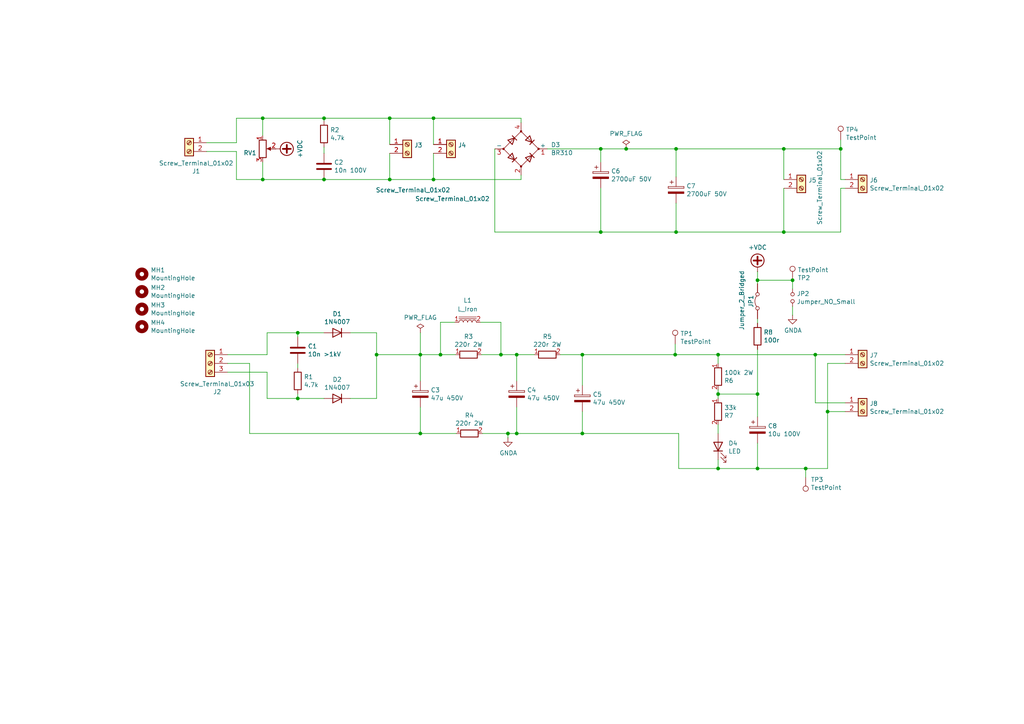
<source format=kicad_sch>
(kicad_sch (version 20231120) (generator "eeschema") (generator_version "8.0")
  (paper "A4")
  (lib_symbols
    (symbol "Connector:Screw_Terminal_01x02" (pin_names (offset 1.016) hide)
      (property "Reference" "J" (at 0 2.54 0))
      (property "Value" "Screw_Terminal_01x02" (at 0 -5.08 0))
      (symbol "Screw_Terminal_01x02_1_1"
        (rectangle (start -1.27 1.27) (end 1.27 -3.81) (stroke (width 0.254)) (fill (type background)))
        (circle (center 0 -2.54) (radius 0.635) (stroke (width 0.1524)))
        (polyline (pts (xy -0.5334 -2.2098) (xy 0.3302 -3.048)) (stroke (width 0.1524)))
        (polyline (pts (xy -0.5334 0.3302) (xy 0.3302 -0.508)) (stroke (width 0.1524)))
        (polyline (pts (xy -0.3556 -2.032) (xy 0.508 -2.8702)) (stroke (width 0.1524)))
        (polyline (pts (xy -0.3556 0.508) (xy 0.508 -0.3302)) (stroke (width 0.1524)))
        (circle (center 0 0) (radius 0.635) (stroke (width 0.1524)))
        (pin passive line (at -5.08 0 0) (length 3.81) (name "Pin_1") (number "1"))
        (pin passive line (at -5.08 -2.54 0) (length 3.81) (name "Pin_2") (number "2"))
      )
    )
    (symbol "Connector:Screw_Terminal_01x03" (pin_names (offset 1.016) hide)
      (property "Reference" "J" (at 0 5.08 0))
      (property "Value" "Screw_Terminal_01x03" (at 0 -5.08 0))
      (symbol "Screw_Terminal_01x03_1_1"
        (rectangle (start -1.27 3.81) (end 1.27 -3.81) (stroke (width 0.254)) (fill (type background)))
        (circle (center 0 -2.54) (radius 0.635) (stroke (width 0.1524)))
        (polyline (pts (xy -0.5334 -2.2098) (xy 0.3302 -3.048)) (stroke (width 0.1524)))
        (polyline (pts (xy -0.5334 0.3302) (xy 0.3302 -0.508)) (stroke (width 0.1524)))
        (polyline (pts (xy -0.5334 2.8702) (xy 0.3302 2.032)) (stroke (width 0.1524)))
        (polyline (pts (xy -0.3556 -2.032) (xy 0.508 -2.8702)) (stroke (width 0.1524)))
        (polyline (pts (xy -0.3556 0.508) (xy 0.508 -0.3302)) (stroke (width 0.1524)))
        (polyline (pts (xy -0.3556 3.048) (xy 0.508 2.2098)) (stroke (width 0.1524)))
        (circle (center 0 0) (radius 0.635) (stroke (width 0.1524)))
        (circle (center 0 2.54) (radius 0.635) (stroke (width 0.1524)))
        (pin passive line (at -5.08 2.54 0) (length 3.81) (name "Pin_1") (number "1"))
        (pin passive line (at -5.08 0 0) (length 3.81) (name "Pin_2") (number "2"))
        (pin passive line (at -5.08 -2.54 0) (length 3.81) (name "Pin_3") (number "3"))
      )
    )
    (symbol "Connector:TestPoint" (pin_numbers hide) (pin_names (offset 0.762) hide)
      (property "Reference" "TP" (at 0 6.858 0))
      (property "Value" "TestPoint" (at 0 5.08 0))
      (symbol "TestPoint_0_1"
        (circle (center 0 3.302) (radius 0.762))
      )
      (symbol "TestPoint_1_1"
        (pin passive line (at 0 0 90) (length 2.54) (name "1") (number "1"))
      )
    )
    (symbol "Device:C" (pin_numbers hide) (pin_names (offset 0.254))
      (property "Reference" "C" (at 0.635 2.54 0))
      (property "Value" "C" (at 0.635 -2.54 0))
      (symbol "C_0_1"
        (polyline (pts (xy -2.032 -0.762) (xy 2.032 -0.762)) (stroke (width 0.508)))
        (polyline (pts (xy -2.032 0.762) (xy 2.032 0.762)) (stroke (width 0.508)))
      )
      (symbol "C_1_1"
        (pin passive line (at 0 3.81 270) (length 2.794) (name "~") (number "1"))
        (pin passive line (at 0 -3.81 90) (length 2.794) (name "~") (number "2"))
      )
    )
    (symbol "Device:D" (pin_numbers hide) (pin_names (offset 1.016) hide)
      (property "Reference" "D" (at 0 2.54 0))
      (property "Value" "D" (at 0 -2.54 0))
      (symbol "D_0_1"
        (polyline (pts (xy -1.27 1.27) (xy -1.27 -1.27)) (stroke (width 0.254)))
        (polyline (pts (xy 1.27 0) (xy -1.27 0)))
        (polyline (pts (xy 1.27 1.27) (xy 1.27 -1.27) (xy -1.27 0) (xy 1.27 1.27)) (stroke (width 0.254)))
      )
      (symbol "D_1_1"
        (pin passive line (at -3.81 0 0) (length 2.54) (name "K") (number "1"))
        (pin passive line (at 3.81 0 180) (length 2.54) (name "A") (number "2"))
      )
    )
    (symbol "Device:D_Bridge_+A-A" (pin_names (offset 0))
      (property "Reference" "D" (at 2.54 6.985 0))
      (property "Value" "D_Bridge_+A-A" (at 2.54 5.08 0))
      (symbol "D_Bridge_+A-A_0_1"
        (circle (center -5.08 0) (radius 0.254) (fill (type outline)))
        (circle (center 0 -5.08) (radius 0.254) (fill (type outline)))
        (polyline (pts (xy -2.54 3.81) (xy -1.27 2.54)) (stroke (width 0.254)))
        (polyline (pts (xy -1.27 -2.54) (xy -2.54 -3.81)) (stroke (width 0.254)))
        (polyline (pts (xy 2.54 -1.27) (xy 3.81 -2.54)) (stroke (width 0.254)))
        (polyline (pts (xy 2.54 1.27) (xy 3.81 2.54)) (stroke (width 0.254)))
        (polyline (pts (xy -3.81 2.54) (xy -2.54 1.27) (xy -1.905 3.175) (xy -3.81 2.54)) (stroke (width 0.254)))
        (polyline (pts (xy -2.54 -1.27) (xy -3.81 -2.54) (xy -1.905 -3.175) (xy -2.54 -1.27)) (stroke (width 0.254)))
        (polyline (pts (xy 1.27 2.54) (xy 2.54 3.81) (xy 3.175 1.905) (xy 1.27 2.54)) (stroke (width 0.254)))
        (polyline (pts (xy 3.175 -1.905) (xy 1.27 -2.54) (xy 2.54 -3.81) (xy 3.175 -1.905)) (stroke (width 0.254)))
        (polyline (pts (xy -5.08 0) (xy 0 -5.08) (xy 5.08 0) (xy 0 5.08) (xy -5.08 0)))
        (circle (center 0 5.08) (radius 0.254) (fill (type outline)))
        (circle (center 5.08 0) (radius 0.254) (fill (type outline)))
      )
      (symbol "D_Bridge_+A-A_1_1"
        (pin passive line (at 7.62 0 180) (length 2.54) (name "+") (number "1"))
        (pin passive line (at 0 -7.62 90) (length 2.54) (name "~") (number "2"))
        (pin passive line (at -7.62 0 0) (length 2.54) (name "-") (number "3"))
        (pin passive line (at 0 7.62 270) (length 2.54) (name "~") (number "4"))
      )
    )
    (symbol "Device:LED" (pin_numbers hide) (pin_names (offset 1.016) hide)
      (property "Reference" "D" (at 0 2.54 0))
      (property "Value" "LED" (at 0 -2.54 0))
      (symbol "LED_0_1"
        (polyline (pts (xy -1.27 -1.27) (xy -1.27 1.27)) (stroke (width 0.254)))
        (polyline (pts (xy -1.27 0) (xy 1.27 0)))
        (polyline (pts (xy 1.27 -1.27) (xy 1.27 1.27) (xy -1.27 0) (xy 1.27 -1.27)) (stroke (width 0.254)))
        (polyline (pts (xy -3.048 -0.762) (xy -4.572 -2.286) (xy -3.81 -2.286) (xy -4.572 -2.286) (xy -4.572 -1.524)))
        (polyline (pts (xy -1.778 -0.762) (xy -3.302 -2.286) (xy -2.54 -2.286) (xy -3.302 -2.286) (xy -3.302 -1.524)))
      )
      (symbol "LED_1_1"
        (pin passive line (at -3.81 0 0) (length 2.54) (name "K") (number "1"))
        (pin passive line (at 3.81 0 180) (length 2.54) (name "A") (number "2"))
      )
    )
    (symbol "Device:L_Iron" (pin_names (offset 1.016) hide)
      (property "Reference" "L" (at -1.27 0 90))
      (property "Value" "L_Iron" (at 2.794 0 90))
      (symbol "L_Iron_0_1"
        (arc (start 0 -2.54) (mid 0.6323 -1.905) (end 0 -1.27))
        (arc (start 0 -1.27) (mid 0.6323 -0.635) (end 0 0))
        (polyline (pts (xy 1.016 2.54) (xy 1.016 -2.54)))
        (polyline (pts (xy 1.524 -2.54) (xy 1.524 2.54)))
        (arc (start 0 0) (mid 0.6323 0.635) (end 0 1.27))
        (arc (start 0 1.27) (mid 0.6323 1.905) (end 0 2.54))
      )
      (symbol "L_Iron_1_1"
        (pin passive line (at 0 3.81 270) (length 1.27) (name "1") (number "1"))
        (pin passive line (at 0 -3.81 90) (length 1.27) (name "2") (number "2"))
      )
    )
    (symbol "Device:R" (pin_numbers hide) (pin_names (offset 0))
      (property "Reference" "R" (at 2.032 0 90))
      (property "Value" "R" (at 0 0 90))
      (symbol "R_0_1"
        (rectangle (start -1.016 -2.54) (end 1.016 2.54) (stroke (width 0.254)))
      )
      (symbol "R_1_1"
        (pin passive line (at 0 3.81 270) (length 1.27) (name "~") (number "1"))
        (pin passive line (at 0 -3.81 90) (length 1.27) (name "~") (number "2"))
      )
    )
    (symbol "Jumper:Jumper_2_Bridged" (pin_numbers hide) (pin_names (offset 0) hide) (exclude_from_sim yes)
      (property "Reference" "JP" (at 0 1.905 0))
      (property "Value" "Jumper_2_Bridged" (at 0 -2.54 0))
      (symbol "Jumper_2_Bridged_0_0"
        (circle (center -2.032 0) (radius 0.508))
        (circle (center 2.032 0) (radius 0.508))
      )
      (symbol "Jumper_2_Bridged_0_1"
        (arc (start 1.524 0.254) (mid 0 0.762) (end -1.524 0.254))
      )
      (symbol "Jumper_2_Bridged_1_1"
        (pin passive line (at -5.08 0 0) (length 2.54) (name "A") (number "1"))
        (pin passive line (at 5.08 0 180) (length 2.54) (name "B") (number "2"))
      )
    )
    (symbol "Mechanical:MountingHole" (pin_names (offset 1.016)) (exclude_from_sim yes) (in_bom no)
      (property "Reference" "H" (at 0 5.08 0))
      (property "Value" "MountingHole" (at 0 3.175 0))
      (symbol "MountingHole_0_1"
        (circle (center 0 0) (radius 1.27) (stroke (width 1.27)))
      )
    )
    (symbol "R_1" (pin_names (offset 0))
      (property "Reference" "R" (at 2.032 0 90))
      (property "Value" "R" (at 0 0 90))
      (symbol "R_1_0_1"
        (rectangle (start -1.016 -2.54) (end 1.016 2.54) (stroke (width 0.254)))
      )
      (symbol "R_1_1_1"
        (pin passive line (at 0 3.81 270) (length 1.27) (name "~") (number "1"))
        (pin passive line (at 0 -3.81 90) (length 1.27) (name "~") (number "2"))
      )
    )
    (symbol "R_2" (pin_names (offset 0))
      (property "Reference" "R" (at 2.032 0 90))
      (property "Value" "R" (at 0 0 90))
      (symbol "R_2_0_1"
        (rectangle (start -1.016 -2.54) (end 1.016 2.54) (stroke (width 0.254)))
      )
      (symbol "R_2_1_1"
        (pin passive line (at 0 3.81 270) (length 1.27) (name "~") (number "1"))
        (pin passive line (at 0 -3.81 90) (length 1.27) (name "~") (number "2"))
      )
    )
    (symbol "R_3" (pin_names (offset 0))
      (property "Reference" "R" (at 2.032 0 90))
      (property "Value" "R" (at 0 0 90))
      (symbol "R_3_0_1"
        (rectangle (start -1.016 -2.54) (end 1.016 2.54) (stroke (width 0.254)))
      )
      (symbol "R_3_1_1"
        (pin passive line (at 0 3.81 270) (length 1.27) (name "~") (number "1"))
        (pin passive line (at 0 -3.81 90) (length 1.27) (name "~") (number "2"))
      )
    )
    (symbol "R_4" (pin_names (offset 0))
      (property "Reference" "R" (at 2.032 0 90))
      (property "Value" "R" (at 0 0 90))
      (symbol "R_4_0_1"
        (rectangle (start -1.016 -2.54) (end 1.016 2.54) (stroke (width 0.254)))
      )
      (symbol "R_4_1_1"
        (pin passive line (at 0 3.81 270) (length 1.27) (name "~") (number "1"))
        (pin passive line (at 0 -3.81 90) (length 1.27) (name "~") (number "2"))
      )
    )
    (symbol "R_5" (pin_names (offset 0))
      (property "Reference" "R" (at 2.032 0 90))
      (property "Value" "R" (at 0 0 90))
      (symbol "R_5_0_1"
        (rectangle (start -1.016 -2.54) (end 1.016 2.54) (stroke (width 0.254)))
      )
      (symbol "R_5_1_1"
        (pin passive line (at 0 3.81 270) (length 1.27) (name "~") (number "1"))
        (pin passive line (at 0 -3.81 90) (length 1.27) (name "~") (number "2"))
      )
    )
    (symbol "Regulator-rescue:CP-Device" (pin_numbers hide) (pin_names (offset 0.254))
      (property "Reference" "C" (at 0.635 2.54 0))
      (property "Value" "Device:CP" (at 0.635 -2.54 0))
      (symbol "CP-Device_0_1"
        (rectangle (start -2.286 0.508) (end -2.286 1.016))
        (rectangle (start -2.286 0.508) (end 2.286 0.508))
        (polyline (pts (xy -1.778 2.286) (xy -0.762 2.286)))
        (polyline (pts (xy -1.27 2.794) (xy -1.27 1.778)))
        (rectangle (start 2.286 -0.508) (end -2.286 -1.016) (fill (type outline)))
        (rectangle (start 2.286 1.016) (end -2.286 1.016))
        (rectangle (start 2.286 1.016) (end 2.286 0.508))
      )
      (symbol "CP-Device_1_1"
        (pin passive line (at 0 3.81 270) (length 2.794) (name "~") (number "1"))
        (pin passive line (at 0 -3.81 90) (length 2.794) (name "~") (number "2"))
      )
    )
    (symbol "Regulator-rescue:Jumper_NO_Small-Device" (pin_numbers hide) (pin_names (offset 0.762) hide)
      (property "Reference" "JP" (at 0 2.032 0))
      (property "Value" "Device:Jumper_NO_Small" (at 0.254 -1.524 0))
      (symbol "Jumper_NO_Small-Device_0_1"
        (circle (center -1.016 0) (radius 0.508))
        (circle (center 1.016 0) (radius 0.508))
        (pin passive line (at -2.54 0 0) (length 1.016) (name "1") (number "1"))
        (pin passive line (at 2.54 0 180) (length 1.016) (name "2") (number "2"))
      )
    )
    (symbol "Regulator-rescue:R_POT-Device" (pin_names (offset 1.016) hide)
      (property "Reference" "RV" (at -4.445 0 90))
      (property "Value" "Device:R_POT" (at -2.54 0 90))
      (symbol "R_POT-Device_0_1"
        (polyline (pts (xy 2.54 0) (xy 1.524 0)))
        (polyline (pts (xy 1.143 0) (xy 2.286 0.508) (xy 2.286 -0.508)) (fill (type outline)))
        (rectangle (start 1.016 2.54) (end -1.016 -2.54) (stroke (width 0.254)))
      )
      (symbol "R_POT-Device_1_1"
        (pin passive line (at 0 3.81 270) (length 1.27) (name "1") (number "1"))
        (pin passive line (at 3.81 0 180) (length 1.27) (name "2") (number "2"))
        (pin passive line (at 0 -3.81 90) (length 1.27) (name "3") (number "3"))
      )
    )
    (symbol "power:+VDC" (power) (pin_numbers hide) (pin_names (offset 0) hide)
      (property "Value" "+VDC" (at 0 6.35 0))
      (symbol "+VDC_0_1"
        (polyline (pts (xy -1.143 3.175) (xy 1.143 3.175)) (stroke (width 0.508)))
        (polyline (pts (xy 0 0) (xy 0 1.27)))
        (polyline (pts (xy 0 2.032) (xy 0 4.318)) (stroke (width 0.508)))
        (circle (center 0 3.175) (radius 1.905) (stroke (width 0.254)))
      )
      (symbol "+VDC_1_1"
        (pin power_in line (at 0 0 90) (length 0) (name "~") (number "1"))
      )
    )
    (symbol "power:GNDA" (power) (pin_numbers hide) (pin_names (offset 0) hide)
      (property "Value" "GNDA" (at 0 -3.81 0))
      (symbol "GNDA_0_1"
        (polyline (pts (xy 0 0) (xy 0 -1.27) (xy 1.27 -1.27) (xy 0 -2.54) (xy -1.27 -1.27) (xy 0 -1.27)))
      )
      (symbol "GNDA_1_1"
        (pin power_in line (at 0 0 270) (length 0) (name "~") (number "1"))
      )
    )
    (symbol "power:PWR_FLAG" (power) (pin_numbers hide) (pin_names (offset 0) hide)
      (property "Value" "PWR_FLAG" (at 0 3.81 0))
      (symbol "PWR_FLAG_0_0"
        (pin power_out line (at 0 0 90) (length 0) (name "~") (number "1"))
      )
      (symbol "PWR_FLAG_0_1"
        (polyline (pts (xy 0 0) (xy 0 1.27) (xy -1.016 1.905) (xy 0 2.54) (xy 1.016 1.905) (xy 0 1.27)))
      )
    )
  )
  (junction (at 125.73 52.07))
  (junction (at 76.2 34.29))
  (junction (at 208.28 114.3))
  (junction (at 196.088 43.18))
  (junction (at 121.92 125.73))
  (junction (at 76.2 52.07))
  (junction (at 196.088 67.31))
  (junction (at 208.28 135.89))
  (junction (at 219.71 135.89))
  (junction (at 168.91 102.87))
  (junction (at 227.33 67.31))
  (junction (at 113.03 34.29))
  (junction (at 93.98 52.07))
  (junction (at 113.03 52.07))
  (junction (at 208.28 102.87))
  (junction (at 109.22 102.87))
  (junction (at 236.474 102.87))
  (junction (at 127.762 102.87))
  (junction (at 147.32 125.73))
  (junction (at 174.244 67.31))
  (junction (at 145.288 102.87))
  (junction (at 240.03 119.38))
  (junction (at 181.61 43.18))
  (junction (at 86.36 115.57))
  (junction (at 86.36 96.52))
  (junction (at 233.68 135.89))
  (junction (at 168.91 125.73))
  (junction (at 219.71 81.28))
  (junction (at 243.84 43.18))
  (junction (at 121.92 102.87))
  (junction (at 229.87 81.28))
  (junction (at 93.98 34.29))
  (junction (at 219.71 114.3))
  (junction (at 125.73 34.29))
  (junction (at 174.244 43.18))
  (junction (at 195.834 102.87))
  (junction (at 149.86 125.73))
  (junction (at 149.86 102.87))
  (junction (at 227.33 43.18))
  (wire (pts (xy 174.244 67.31) (xy 196.088 67.31)))
  (wire (pts (xy 219.71 92.456) (xy 219.71 93.726)))
  (wire (pts (xy 208.28 102.87) (xy 208.28 105.41)))
  (wire (pts (xy 113.03 52.07) (xy 125.73 52.07)))
  (wire (pts (xy 76.2 46.99) (xy 76.2 52.07)))
  (wire (pts (xy 77.47 107.95) (xy 77.47 115.57)))
  (wire (pts (xy 229.87 88.9) (xy 229.87 91.44)))
  (wire (pts (xy 243.84 43.18) (xy 243.84 52.07)))
  (wire (pts (xy 174.244 54.61) (xy 174.244 67.31)))
  (wire (pts (xy 208.28 102.87) (xy 236.474 102.87)))
  (wire (pts (xy 168.91 102.87) (xy 195.834 102.87)))
  (wire (pts (xy 147.32 125.73) (xy 147.32 127)))
  (wire (pts (xy 86.36 114.3) (xy 86.36 115.57)))
  (wire (pts (xy 240.03 105.41) (xy 240.03 119.38)))
  (wire (pts (xy 86.36 115.57) (xy 93.98 115.57)))
  (wire (pts (xy 121.92 96.52) (xy 121.92 102.87)))
  (wire (pts (xy 208.28 123.19) (xy 208.28 125.73)))
  (wire (pts (xy 109.22 115.57) (xy 109.22 102.87)))
  (wire (pts (xy 149.86 118.11) (xy 149.86 125.73)))
  (wire (pts (xy 240.03 119.38) (xy 240.03 135.89)))
  (wire (pts (xy 245.11 119.38) (xy 240.03 119.38)))
  (wire (pts (xy 93.98 42.672) (xy 93.98 44.45)))
  (wire (pts (xy 196.85 125.73) (xy 196.85 135.89)))
  (wire (pts (xy 147.32 125.73) (xy 149.86 125.73)))
  (wire (pts (xy 240.03 105.41) (xy 245.11 105.41)))
  (wire (pts (xy 77.47 115.57) (xy 86.36 115.57)))
  (wire (pts (xy 149.86 125.73) (xy 168.91 125.73)))
  (wire (pts (xy 227.33 43.18) (xy 243.84 43.18)))
  (wire (pts (xy 72.39 125.73) (xy 121.92 125.73)))
  (wire (pts (xy 208.28 114.3) (xy 208.28 115.57)))
  (wire (pts (xy 243.84 54.61) (xy 245.11 54.61)))
  (wire (pts (xy 109.22 102.87) (xy 121.92 102.87)))
  (wire (pts (xy 145.288 93.472) (xy 145.288 102.87)))
  (wire (pts (xy 168.91 119.38) (xy 168.91 125.73)))
  (wire (pts (xy 208.28 114.3) (xy 219.71 114.3)))
  (wire (pts (xy 109.22 96.52) (xy 101.6 96.52)))
  (wire (pts (xy 77.47 102.87) (xy 77.47 96.52)))
  (wire (pts (xy 125.73 34.29) (xy 151.13 34.29)))
  (wire (pts (xy 68.58 41.402) (xy 59.944 41.402)))
  (wire (pts (xy 243.84 40.64) (xy 243.84 43.18)))
  (wire (pts (xy 93.98 34.29) (xy 113.03 34.29)))
  (wire (pts (xy 196.088 43.18) (xy 227.33 43.18)))
  (wire (pts (xy 151.13 52.07) (xy 151.13 50.8)))
  (wire (pts (xy 149.86 102.87) (xy 154.94 102.87)))
  (wire (pts (xy 66.04 107.95) (xy 77.47 107.95)))
  (wire (pts (xy 168.91 102.87) (xy 168.91 111.76)))
  (wire (pts (xy 181.61 43.18) (xy 196.088 43.18)))
  (wire (pts (xy 76.2 34.29) (xy 76.2 39.37)))
  (wire (pts (xy 77.47 96.52) (xy 86.36 96.52)))
  (wire (pts (xy 76.2 52.07) (xy 93.98 52.07)))
  (wire (pts (xy 219.71 114.3) (xy 219.71 120.904)))
  (wire (pts (xy 139.954 125.73) (xy 147.32 125.73)))
  (wire (pts (xy 68.58 43.942) (xy 68.58 52.07)))
  (wire (pts (xy 68.58 34.29) (xy 76.2 34.29)))
  (wire (pts (xy 219.71 128.524) (xy 219.71 135.89)))
  (wire (pts (xy 227.33 67.31) (xy 227.33 54.61)))
  (wire (pts (xy 233.68 138.43) (xy 233.68 135.89)))
  (wire (pts (xy 113.03 34.29) (xy 125.73 34.29)))
  (wire (pts (xy 233.68 135.89) (xy 240.03 135.89)))
  (wire (pts (xy 208.28 113.03) (xy 208.28 114.3)))
  (wire (pts (xy 109.22 115.57) (xy 101.6 115.57)))
  (wire (pts (xy 219.71 114.3) (xy 219.71 101.346)))
  (wire (pts (xy 145.288 102.87) (xy 149.86 102.87)))
  (wire (pts (xy 229.87 83.82) (xy 229.87 81.28)))
  (wire (pts (xy 151.13 34.29) (xy 151.13 35.56)))
  (wire (pts (xy 59.944 43.942) (xy 68.58 43.942)))
  (wire (pts (xy 113.03 41.91) (xy 113.03 34.29)))
  (wire (pts (xy 219.71 135.89) (xy 233.68 135.89)))
  (wire (pts (xy 109.22 96.52) (xy 109.22 102.87)))
  (wire (pts (xy 139.446 93.472) (xy 145.288 93.472)))
  (wire (pts (xy 127.762 93.472) (xy 131.826 93.472)))
  (wire (pts (xy 196.088 58.928) (xy 196.088 67.31)))
  (wire (pts (xy 195.834 99.822) (xy 195.834 102.87)))
  (wire (pts (xy 143.51 43.18) (xy 143.51 67.31)))
  (wire (pts (xy 174.244 46.99) (xy 174.244 43.18)))
  (wire (pts (xy 236.474 102.87) (xy 236.474 116.84)))
  (wire (pts (xy 229.87 81.28) (xy 219.71 81.28)))
  (wire (pts (xy 127.762 102.87) (xy 132.08 102.87)))
  (wire (pts (xy 219.71 81.28) (xy 219.71 82.296)))
  (wire (pts (xy 149.86 102.87) (xy 149.86 110.49)))
  (wire (pts (xy 196.85 135.89) (xy 208.28 135.89)))
  (wire (pts (xy 76.2 34.29) (xy 93.98 34.29)))
  (wire (pts (xy 219.71 135.89) (xy 208.28 135.89)))
  (wire (pts (xy 121.92 102.87) (xy 121.92 110.49)))
  (wire (pts (xy 243.84 67.31) (xy 243.84 54.61)))
  (wire (pts (xy 86.36 96.52) (xy 93.98 96.52)))
  (wire (pts (xy 168.91 125.73) (xy 196.85 125.73)))
  (wire (pts (xy 127.762 93.472) (xy 127.762 102.87)))
  (wire (pts (xy 66.04 102.87) (xy 77.47 102.87)))
  (wire (pts (xy 162.56 102.87) (xy 168.91 102.87)))
  (wire (pts (xy 121.92 118.11) (xy 121.92 125.73)))
  (wire (pts (xy 125.73 34.29) (xy 125.73 41.91)))
  (wire (pts (xy 174.244 43.18) (xy 181.61 43.18)))
  (wire (pts (xy 113.03 44.45) (xy 113.03 52.07)))
  (wire (pts (xy 243.84 52.07) (xy 245.11 52.07)))
  (wire (pts (xy 86.36 105.41) (xy 86.36 106.68)))
  (wire (pts (xy 227.33 67.31) (xy 243.84 67.31)))
  (wire (pts (xy 236.474 102.87) (xy 245.11 102.87)))
  (wire (pts (xy 121.92 125.73) (xy 132.334 125.73)))
  (wire (pts (xy 93.98 52.07) (xy 113.03 52.07)))
  (wire (pts (xy 93.98 35.052) (xy 93.98 34.29)))
  (wire (pts (xy 68.58 41.402) (xy 68.58 34.29)))
  (wire (pts (xy 196.088 67.31) (xy 227.33 67.31)))
  (wire (pts (xy 68.58 52.07) (xy 76.2 52.07)))
  (wire (pts (xy 158.75 43.18) (xy 174.244 43.18)))
  (wire (pts (xy 72.39 105.41) (xy 72.39 125.73)))
  (wire (pts (xy 196.088 51.308) (xy 196.088 43.18)))
  (wire (pts (xy 86.36 97.79) (xy 86.36 96.52)))
  (wire (pts (xy 195.834 102.87) (xy 208.28 102.87)))
  (wire (pts (xy 208.28 135.89) (xy 208.28 133.35)))
  (wire (pts (xy 227.33 43.18) (xy 227.33 52.07)))
  (wire (pts (xy 143.51 67.31) (xy 174.244 67.31)))
  (wire (pts (xy 121.92 102.87) (xy 127.762 102.87)))
  (wire (pts (xy 139.7 102.87) (xy 145.288 102.87)))
  (wire (pts (xy 236.474 116.84) (xy 245.11 116.84)))
  (wire (pts (xy 219.71 78.74) (xy 219.71 81.28)))
  (wire (pts (xy 66.04 105.41) (xy 72.39 105.41)))
  (wire (pts (xy 125.73 44.45) (xy 125.73 52.07)))
  (wire (pts (xy 125.73 52.07) (xy 151.13 52.07)))
  (symbol (lib_id "Connector:Screw_Terminal_01x02") (at 54.864 41.402 0) (mirror y) (unit 1)
    (property "Reference" "J1" (at 56.896 49.657 0))
    (property "Value" "Screw_Terminal_01x02" (at 56.896 47.3456 0))
    (property "Footprint" "Connector_Phoenix_MC_HighVoltage:PhoenixContact_MCV_1,5_2-G-5.08_1x02_P5.08mm_Vertical" (effects (hide yes)))
    (property "Description" "Generic screw terminal, single row, 01x02, script generated (kicad-library-utils/schlib/autogen/connector/)" (effects (hide yes)))
  )
  (symbol (lib_id "Connector:Screw_Terminal_01x03") (at 60.96 105.41 0) (mirror y) (unit 1)
    (property "Reference" "J2" (at 62.992 113.665 0))
    (property "Value" "Screw_Terminal_01x03" (at 62.992 111.3536 0))
    (property "Footprint" "Connector_Phoenix_MC_HighVoltage:PhoenixContact_MCV_1,5_3-G-5.08_1x03_P5.08mm_Vertical" (effects (hide yes)))
    (property "Description" "Generic screw terminal, single row, 01x03, script generated (kicad-library-utils/schlib/autogen/connector/)" (effects (hide yes)))
  )
  (symbol (lib_id "Device:R") (at 93.98 38.862 0) (unit 1)
    (property "Reference" "R2" (at 95.758 37.6936 0) (effects (justify left)))
    (property "Value" "4.7k" (at 95.758 40.005 0) (effects (justify left)))
    (property "Footprint" "Resistor_THT:R_Axial_DIN0207_L6.3mm_D2.5mm_P10.16mm_Horizontal" (effects (hide yes)))
    (property "Description" "Resistor" (effects (hide yes)))
  )
  (symbol (lib_id "Device:C") (at 93.98 48.26 0) (unit 1)
    (property "Reference" "C2" (at 96.901 47.0916 0) (effects (justify left)))
    (property "Value" "10n 100V" (at 96.901 49.403 0) (effects (justify left)))
    (property "Footprint" "Capacitor_THT:C_Disc_D4.3mm_W1.9mm_P5.00mm" (effects (hide yes)))
    (property "Description" "Unpolarized capacitor" (effects (hide yes)))
  )
  (symbol (lib_id "Regulator-rescue:CP-Device") (at 174.244 50.8 0) (unit 1)
    (property "Reference" "C6" (at 177.2412 49.6316 0) (effects (justify left)))
    (property "Value" "2700uF 50V" (at 177.2412 51.943 0) (effects (justify left)))
    (property "Footprint" "Capacitor_THT:CP_Radial_D22.0mm_P10.00mm_SnapIn" (effects (hide yes)))
  )
  (symbol (lib_id "Regulator-rescue:CP-Device") (at 196.088 55.118 0) (unit 1)
    (property "Reference" "C7" (at 199.0852 53.9496 0) (effects (justify left)))
    (property "Value" "2700uF 50V" (at 199.0852 56.261 0) (effects (justify left)))
    (property "Footprint" "Capacitor_THT:CP_Radial_D22.0mm_P10.00mm_SnapIn" (effects (hide yes)))
  )
  (symbol (lib_id "Connector:Screw_Terminal_01x02") (at 250.19 52.07 0) (unit 1)
    (property "Reference" "J6" (at 252.222 52.2732 0) (effects (justify left)))
    (property "Value" "Screw_Terminal_01x02" (at 252.222 54.5846 0) (effects (justify left)))
    (property "Footprint" "Connector_Phoenix_MC_HighVoltage:PhoenixContact_MCV_1,5_2-G-5.08_1x02_P5.08mm_Vertical" (effects (hide yes)))
    (property "Description" "Generic screw terminal, single row, 01x02, script generated (kicad-library-utils/schlib/autogen/connector/)" (effects (hide yes)))
  )
  (symbol (lib_id "Device:C") (at 86.36 101.6 0) (unit 1)
    (property "Reference" "C1" (at 89.281 100.4316 0) (effects (justify left)))
    (property "Value" "10n >1kV" (at 89.281 102.743 0) (effects (justify left)))
    (property "Footprint" "Capacitor_THT:C_Disc_D4.3mm_W1.9mm_P5.00mm" (effects (hide yes)))
    (property "Description" "Unpolarized capacitor" (effects (hide yes)))
  )
  (symbol (lib_id "Device:R") (at 86.36 110.49 0) (unit 1)
    (property "Reference" "R1" (at 88.138 109.3216 0) (effects (justify left)))
    (property "Value" "4.7k" (at 88.138 111.633 0) (effects (justify left)))
    (property "Footprint" "Resistor_THT:R_Axial_DIN0207_L6.3mm_D2.5mm_P10.16mm_Horizontal" (effects (hide yes)))
    (property "Description" "Resistor" (effects (hide yes)))
  )
  (symbol (lib_id "Device:D") (at 97.79 96.52 180) (unit 1)
    (property "Reference" "D1" (at 97.79 91.0336 0))
    (property "Value" "1N4007" (at 97.79 93.345 0))
    (property "Footprint" "Diode_THT:D_DO-41_SOD81_P10.16mm_Horizontal" (effects (hide yes)))
    (property "Description" "Diode" (effects (hide yes)))
    (property "Sim.Device" "D" (effects (hide yes)))
    (property "Sim.Pins" "1=K 2=A" (effects (hide yes)))
  )
  (symbol (lib_id "Device:D") (at 97.79 115.57 180) (unit 1)
    (property "Reference" "D2" (at 97.79 110.0836 0))
    (property "Value" "1N4007" (at 97.79 112.395 0))
    (property "Footprint" "Diode_THT:D_DO-41_SOD81_P10.16mm_Horizontal" (effects (hide yes)))
    (property "Description" "Diode" (effects (hide yes)))
    (property "Sim.Device" "D" (effects (hide yes)))
    (property "Sim.Pins" "1=K 2=A" (effects (hide yes)))
  )
  (symbol (lib_id "Regulator-rescue:CP-Device") (at 121.92 114.3 0) (unit 1)
    (property "Reference" "C3" (at 124.9172 113.1316 0) (effects (justify left)))
    (property "Value" "47u 450V" (at 124.9172 115.443 0) (effects (justify left)))
    (property "Footprint" "Capacitor_THT:CP_Radial_D16.0mm_P7.50mm" (effects (hide yes)))
  )
  (symbol (lib_name "R_2") (lib_id "Device:R") (at 135.89 102.87 90) (mirror x) (unit 1)
    (property "Reference" "R3" (at 135.89 97.6122 90))
    (property "Value" "220r 2W" (at 135.89 99.9236 90))
    (property "Footprint" "Resistor_THT:R_Axial_DIN0414_L11.9mm_D4.5mm_P20.32mm_Horizontal" (effects (hide yes)))
    (property "Description" "Resistor" (effects (hide yes)))
  )
  (symbol (lib_name "R_4") (lib_id "Device:R") (at 208.28 109.22 0) (mirror y) (unit 1)
    (property "Reference" "R6" (at 210.058 110.3884 0) (effects (justify right)))
    (property "Value" "100k 2W" (at 210.058 108.077 0) (effects (justify right)))
    (property "Footprint" "Resistor_THT:R_Axial_DIN0414_L11.9mm_D4.5mm_P20.32mm_Horizontal" (effects (hide yes)))
    (property "Description" "Resistor" (effects (hide yes)))
  )
  (symbol (lib_name "R_5") (lib_id "Device:R") (at 208.28 119.38 0) (mirror y) (unit 1)
    (property "Reference" "R7" (at 210.058 120.5484 0) (effects (justify right)))
    (property "Value" "33k" (at 210.058 118.237 0) (effects (justify right)))
    (property "Footprint" "Resistor_THT:R_Axial_DIN0207_L6.3mm_D2.5mm_P10.16mm_Horizontal" (effects (hide yes)))
    (property "Description" "Resistor" (effects (hide yes)))
  )
  (symbol (lib_id "Device:LED") (at 208.28 129.54 90) (unit 1)
    (property "Reference" "D4" (at 211.2518 128.5748 90) (effects (justify right)))
    (property "Value" "LED" (at 211.2518 130.8862 90) (effects (justify right)))
    (property "Footprint" "LED_THT:LED_D3.0mm" (effects (hide yes)))
    (property "Description" "Light emitting diode" (effects (hide yes)))
  )
  (symbol (lib_id "Regulator-rescue:CP-Device") (at 219.71 124.714 0) (unit 1)
    (property "Reference" "C8" (at 222.7072 123.5456 0) (effects (justify left)))
    (property "Value" "10u 100V" (at 222.7072 125.857 0) (effects (justify left)))
    (property "Footprint" "Capacitor_THT:CP_Radial_D8.0mm_P5.00mm" (effects (hide yes)))
  )
  (symbol (lib_id "Connector:Screw_Terminal_01x02") (at 250.19 102.87 0) (unit 1)
    (property "Reference" "J7" (at 252.222 103.0732 0) (effects (justify left)))
    (property "Value" "Screw_Terminal_01x02" (at 252.222 105.3846 0) (effects (justify left)))
    (property "Footprint" "Connector_Phoenix_MC_HighVoltage:PhoenixContact_MCV_1,5_2-G-5.08_1x02_P5.08mm_Vertical" (effects (hide yes)))
    (property "Description" "Generic screw terminal, single row, 01x02, script generated (kicad-library-utils/schlib/autogen/connector/)" (effects (hide yes)))
  )
  (symbol (lib_id "Device:R") (at 219.71 97.536 180) (unit 1)
    (property "Reference" "R8" (at 221.488 96.3676 0) (effects (justify right)))
    (property "Value" "100r" (at 221.488 98.679 0) (effects (justify right)))
    (property "Footprint" "Resistor_THT:R_Axial_DIN0207_L6.3mm_D2.5mm_P10.16mm_Horizontal" (effects (hide yes)))
    (property "Description" "Resistor" (effects (hide yes)))
  )
  (symbol (lib_id "Regulator-rescue:R_POT-Device") (at 76.2 43.18 0) (unit 1)
    (property "Reference" "RV1" (at 74.422 44.3484 0) (effects (justify right)))
    (property "Value" "500r" (effects (hide yes)))
    (property "Footprint" "Potentiometer_THT:Potentiometer_Bourns_3339P_Vertical" (effects (hide yes)))
  )
  (symbol (lib_id "Mechanical:MountingHole") (at 41.148 79.502 0) (unit 1)
    (property "Reference" "MH1" (at 43.688 78.3336 0) (effects (justify left)))
    (property "Value" "MountingHole" (at 43.688 80.645 0) (effects (justify left)))
    (property "Footprint" "MountingHole:MountingHole_3.2mm_M3" (effects (hide yes)))
    (property "Description" "Mounting Hole without connection" (effects (hide yes)))
  )
  (symbol (lib_id "Device:D_Bridge_+A-A") (at 151.13 43.18 0) (unit 1)
    (property "Reference" "D3" (at 159.7914 42.0116 0) (effects (justify left)))
    (property "Value" "BR310" (at 159.7914 44.323 0) (effects (justify left)))
    (property "Footprint" "Diode_THT:Diode_Bridge_16.7x16.7x6.3mm_P10.8mm" (effects (hide yes)))
    (property "Description" "Diode bridge, +ve/AC/-ve/AC" (effects (hide yes)))
  )
  (symbol (lib_id "power:+VDC") (at 219.71 78.74 0) (unit 1)
    (property "Reference" "#PWR03" (effects (hide yes)))
    (property "Value" "+VDC" (at 219.71 71.755 0))
    (property "Description" "Power symbol creates a global label with name \"+VDC\"" (effects (hide yes)))
  )
  (symbol (lib_id "Mechanical:MountingHole") (at 41.148 84.582 0) (unit 1)
    (property "Reference" "MH2" (at 43.688 83.4136 0) (effects (justify left)))
    (property "Value" "MountingHole" (at 43.688 85.725 0) (effects (justify left)))
    (property "Footprint" "MountingHole:MountingHole_3.2mm_M3" (effects (hide yes)))
    (property "Description" "Mounting Hole without connection" (effects (hide yes)))
  )
  (symbol (lib_id "Mechanical:MountingHole") (at 41.148 94.742 0) (unit 1)
    (property "Reference" "MH4" (at 43.688 93.5736 0) (effects (justify left)))
    (property "Value" "MountingHole" (at 43.688 95.885 0) (effects (justify left)))
    (property "Footprint" "MountingHole:MountingHole_3.2mm_M3" (effects (hide yes)))
    (property "Description" "Mounting Hole without connection" (effects (hide yes)))
  )
  (symbol (lib_id "Mechanical:MountingHole") (at 41.148 89.662 0) (unit 1)
    (property "Reference" "MH3" (at 43.688 88.4936 0) (effects (justify left)))
    (property "Value" "MountingHole" (at 43.688 90.805 0) (effects (justify left)))
    (property "Footprint" "MountingHole:MountingHole_3.2mm_M3" (effects (hide yes)))
    (property "Description" "Mounting Hole without connection" (effects (hide yes)))
  )
  (symbol (lib_id "power:GNDA") (at 147.32 127 0) (unit 1)
    (property "Reference" "#PWR02" (effects (hide yes)))
    (property "Value" "GNDA" (at 147.447 131.3942 0))
    (property "Description" "Power symbol creates a global label with name \"GNDA\" , analog ground" (effects (hide yes)))
  )
  (symbol (lib_id "power:PWR_FLAG") (at 181.61 43.18 0) (unit 1)
    (property "Reference" "#FLG02" (effects (hide yes)))
    (property "Value" "PWR_FLAG" (at 181.61 38.7604 0))
    (property "Description" "Special symbol for telling ERC where power comes from" (effects (hide yes)))
  )
  (symbol (lib_id "power:PWR_FLAG") (at 121.92 96.52 0) (unit 1)
    (property "Reference" "#FLG01" (effects (hide yes)))
    (property "Value" "PWR_FLAG" (at 121.92 92.1004 0))
    (property "Description" "Special symbol for telling ERC where power comes from" (effects (hide yes)))
  )
  (symbol (lib_id "Connector:TestPoint") (at 195.834 99.822 0) (unit 1)
    (property "Reference" "TP1" (at 197.3072 96.774 0) (effects (justify left)))
    (property "Value" "TestPoint" (at 197.3072 99.0854 0) (effects (justify left)))
    (property "Footprint" "TestPoint:TestPoint_Keystone_5005-5009_Compact" (effects (hide yes)))
    (property "Description" "test point" (effects (hide yes)))
  )
  (symbol (lib_id "Connector:TestPoint") (at 233.68 138.43 180) (unit 1)
    (property "Reference" "TP3" (at 235.1532 139.1158 0) (effects (justify right)))
    (property "Value" "TestPoint" (at 235.1532 141.4272 0) (effects (justify right)))
    (property "Footprint" "TestPoint:TestPoint_Keystone_5005-5009_Compact" (effects (hide yes)))
    (property "Description" "test point" (effects (hide yes)))
  )
  (symbol (lib_id "Connector:TestPoint") (at 243.84 40.64 0) (unit 1)
    (property "Reference" "TP4" (at 245.3132 37.592 0) (effects (justify left)))
    (property "Value" "TestPoint" (at 245.3132 39.9034 0) (effects (justify left)))
    (property "Footprint" "TestPoint:TestPoint_Keystone_5005-5009_Compact" (effects (hide yes)))
    (property "Description" "test point" (effects (hide yes)))
  )
  (symbol (lib_id "Connector:TestPoint") (at 229.87 81.28 0) (mirror y) (unit 1)
    (property "Reference" "TP2" (at 231.3432 80.5942 0) (effects (justify right)))
    (property "Value" "TestPoint" (at 231.3432 78.2828 0) (effects (justify right)))
    (property "Footprint" "TestPoint:TestPoint_Keystone_5005-5009_Compact" (effects (hide yes)))
    (property "Description" "test point" (effects (hide yes)))
  )
  (symbol (lib_id "Regulator-rescue:Jumper_NO_Small-Device") (at 229.87 86.36 270) (unit 1)
    (property "Reference" "JP2" (at 231.0892 85.1916 90) (effects (justify left)))
    (property "Value" "Jumper_NO_Small" (at 231.0892 87.503 90) (effects (justify left)))
    (property "Footprint" "Jumper:SolderJumper-2_P1.3mm_Open_RoundedPad1.0x1.5mm" (effects (hide yes)))
  )
  (symbol (lib_id "power:GNDA") (at 229.87 91.44 0) (unit 1)
    (property "Reference" "#PWR04" (effects (hide yes)))
    (property "Value" "GNDA" (at 229.997 95.8342 0))
    (property "Description" "Power symbol creates a global label with name \"GNDA\" , analog ground" (effects (hide yes)))
  )
  (symbol (lib_id "Connector:Screw_Terminal_01x02") (at 250.19 116.84 0) (unit 1)
    (property "Reference" "J8" (at 252.222 117.0432 0) (effects (justify left)))
    (property "Value" "Screw_Terminal_01x02" (at 252.222 119.3546 0) (effects (justify left)))
    (property "Footprint" "Connector_Phoenix_MC_HighVoltage:PhoenixContact_MCV_1,5_2-G-5.08_1x02_P5.08mm_Vertical" (effects (hide yes)))
    (property "Description" "Generic screw terminal, single row, 01x02, script generated (kicad-library-utils/schlib/autogen/connector/)" (effects (hide yes)))
  )
  (symbol (lib_name "R_3") (lib_id "Device:R") (at 136.144 125.73 90) (mirror x) (unit 1)
    (property "Reference" "R4" (at 136.144 120.4722 90))
    (property "Value" "220r 2W" (at 136.144 122.7836 90))
    (property "Footprint" "Resistor_THT:R_Axial_DIN0414_L11.9mm_D4.5mm_P20.32mm_Horizontal" (effects (hide yes)))
    (property "Description" "Resistor" (effects (hide yes)))
  )
  (symbol (lib_id "power:+VDC") (at 80.01 43.18 270) (unit 1)
    (property "Reference" "#PWR01" (effects (hide yes)))
    (property "Value" "+VDC" (at 86.995 43.18 0))
    (property "Description" "Power symbol creates a global label with name \"+VDC\"" (effects (hide yes)))
  )
  (symbol (lib_id "Connector:Screw_Terminal_01x02") (at 118.11 41.91 0) (unit 1)
    (property "Reference" "J3" (at 120.142 42.1132 0) (effects (justify left)))
    (property "Value" "Screw_Terminal_01x02" (at 108.966 55.118 0) (effects (justify left)))
    (property "Footprint" "Connector_Phoenix_MC_HighVoltage:PhoenixContact_MCV_1,5_2-G-5.08_1x02_P5.08mm_Vertical" (effects (hide yes)))
    (property "Description" "Generic screw terminal, single row, 01x02, script generated (kicad-library-utils/schlib/autogen/connector/)" (effects (hide yes)))
  )
  (symbol (lib_id "Device:L_Iron") (at 135.636 93.472 90) (unit 1)
    (property "Reference" "L1" (at 135.636 87.122 90))
    (property "Value" "L_Iron" (at 135.636 89.662 90))
    (property "Footprint" "BasicPS_parts:TentChoke" (effects (hide yes)))
    (property "Description" "Inductor with iron core" (effects (hide yes)))
  )
  (symbol (lib_id "Regulator-rescue:CP-Device") (at 168.91 115.57 0) (unit 1)
    (property "Reference" "C5" (at 171.9072 114.4016 0) (effects (justify left)))
    (property "Value" "47u 450V" (at 171.9072 116.713 0) (effects (justify left)))
    (property "Footprint" "Capacitor_THT:CP_Radial_D16.0mm_P7.50mm" (effects (hide yes)))
  )
  (symbol (lib_id "Regulator-rescue:CP-Device") (at 149.86 114.3 0) (unit 1)
    (property "Reference" "C4" (at 152.8572 113.1316 0) (effects (justify left)))
    (property "Value" "47u 450V" (at 152.8572 115.443 0) (effects (justify left)))
    (property "Footprint" "Capacitor_THT:CP_Radial_D16.0mm_P7.50mm" (effects (hide yes)))
  )
  (symbol (lib_id "Jumper:Jumper_2_Bridged") (at 219.71 87.376 90) (unit 1) (exclude_from_sim yes)
    (property "Reference" "JP1" (at 217.805 87.376 0))
    (property "Value" "Jumper_2_Bridged" (at 215.138 87.122 0))
    (property "Footprint" "Jumper:SolderJumper-2_P1.3mm_Bridged_RoundedPad1.0x1.5mm" (effects (hide yes)))
    (property "Description" "Jumper, 2-pole, closed/bridged" (effects (hide yes)))
  )
  (symbol (lib_id "Connector:Screw_Terminal_01x02") (at 232.41 52.07 0) (unit 1)
    (property "Reference" "J5" (at 234.442 52.2732 0) (effects (justify left)))
    (property "Value" "Screw_Terminal_01x02" (at 237.744 65.278 90) (effects (justify left)))
    (property "Footprint" "Connector_Phoenix_MC_HighVoltage:PhoenixContact_MCV_1,5_2-G-5.08_1x02_P5.08mm_Vertical" (effects (hide yes)))
    (property "Description" "Generic screw terminal, single row, 01x02, script generated (kicad-library-utils/schlib/autogen/connector/)" (effects (hide yes)))
  )
  (symbol (lib_name "R_1") (lib_id "Device:R") (at 158.75 102.87 90) (mirror x) (unit 1)
    (property "Reference" "R5" (at 158.75 97.6122 90))
    (property "Value" "220r 2W" (at 158.75 99.9236 90))
    (property "Footprint" "Resistor_THT:R_Axial_DIN0414_L11.9mm_D4.5mm_P20.32mm_Horizontal" (effects (hide yes)))
    (property "Description" "Resistor" (effects (hide yes)))
  )
  (symbol (lib_id "Connector:Screw_Terminal_01x02") (at 130.81 41.91 0) (unit 1)
    (property "Reference" "J4" (at 132.842 42.1132 0) (effects (justify left)))
    (property "Value" "Screw_Terminal_01x02" (at 120.396 57.658 0) (effects (justify left)))
    (property "Footprint" "Connector_Phoenix_MC_HighVoltage:PhoenixContact_MCV_1,5_2-G-5.08_1x02_P5.08mm_Vertical" (effects (hide yes)))
    (property "Description" "Generic screw terminal, single row, 01x02, script generated (kicad-library-utils/schlib/autogen/connector/)" (effects (hide yes)))
  )
)
</source>
